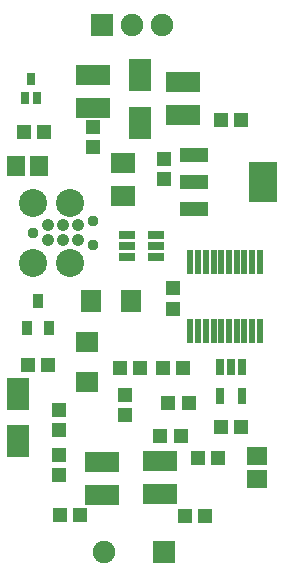
<source format=gts>
G04 DipTrace 3.3.1.3*
G04 REV0_DieselTach_Filter_MSP.gts*
%MOIN*%
G04 #@! TF.FileFunction,Soldermask,Top*
G04 #@! TF.Part,Single*
%AMOUTLINE1*
4,1,36,
0.01916,0.003378,
0.018282,0.006654,
0.016849,0.009728,
0.014904,0.012506,
0.012506,0.014904,
0.009728,0.016849,
0.006654,0.018282,
0.003378,0.01916,
0.0,0.019455,
-0.003378,0.01916,
-0.006654,0.018282,
-0.009728,0.016849,
-0.012506,0.014904,
-0.014904,0.012506,
-0.016849,0.009728,
-0.018282,0.006654,
-0.01916,0.003378,
-0.019455,0.0,
-0.01916,-0.003378,
-0.018282,-0.006654,
-0.016849,-0.009728,
-0.014904,-0.012506,
-0.012506,-0.014904,
-0.009728,-0.016849,
-0.006654,-0.018282,
-0.003378,-0.01916,
0.0,-0.019455,
0.003378,-0.01916,
0.006654,-0.018282,
0.009728,-0.016849,
0.012506,-0.014904,
0.014904,-0.012506,
0.016849,-0.009728,
0.018282,-0.006654,
0.01916,-0.003378,
0.019455,0.0,
0.01916,0.003378,
0*%
%ADD41C,0.0374*%
%ADD42C,0.0935*%
%ADD47R,0.023628X0.078746*%
%ADD49R,0.092526X0.135833*%
%ADD51R,0.092526X0.045282*%
%ADD53R,0.031502X0.055124*%
%ADD55R,0.055124X0.031502*%
%ADD57R,0.066935X0.059061*%
%ADD59R,0.059061X0.066935*%
%ADD61R,0.114179X0.070872*%
%ADD63R,0.027565X0.039376*%
%ADD65C,0.074809*%
%ADD67R,0.074809X0.074809*%
%ADD69R,0.074809X0.106305*%
%ADD71R,0.033471X0.049219*%
%ADD73R,0.067723X0.074022*%
%ADD75R,0.074022X0.067723*%
%ADD77R,0.078746X0.070872*%
%ADD79R,0.04725X0.051187*%
%ADD81R,0.051187X0.04725*%
%ADD86OUTLINE1*%
%FSLAX26Y26*%
G04*
G70*
G90*
G75*
G01*
G04 TopMask*
%LPD*%
D81*
X1068415Y1308700D3*
X1001485D3*
X1049949Y1424951D3*
X983020D3*
D79*
X637449Y1218701D3*
Y1285630D3*
X1017606Y1624125D3*
Y1691054D3*
X987449Y2056201D3*
Y2123130D3*
D77*
X849949Y1999951D3*
Y2110187D3*
D75*
X731199Y1512451D3*
Y1378591D3*
D73*
X743699Y1649951D3*
X877559D3*
D71*
X528497Y1559300D3*
X603300D3*
X565899Y1649851D3*
D69*
X499949Y1181201D3*
Y1338681D3*
X906199Y2243701D3*
Y2401181D3*
D67*
X987449Y812451D3*
D65*
X787449D3*
D67*
X781199Y2568701D3*
D65*
X881199D3*
X981199D3*
D63*
X524949Y2324951D3*
X564319D3*
X544634Y2387943D3*
D81*
X1056199Y931201D3*
X1123128D3*
X706199Y937451D3*
X639270D3*
D61*
X974949Y1006201D3*
Y1116437D3*
X781199Y1112451D3*
Y1002214D3*
D79*
X856200Y1267735D3*
Y1334665D3*
D81*
X974949Y1199951D3*
X1041878D3*
X907165Y1426200D3*
X840235D3*
D79*
X637449Y1137451D3*
Y1070522D3*
D81*
X599949Y1437451D3*
X533020D3*
X1176485Y1228700D3*
X1243415D3*
X1099949Y1124951D3*
X1166878D3*
D59*
X493699Y2099951D3*
X568502D3*
D81*
X1242165Y2253700D3*
X1175235D3*
D57*
X1296200Y1132352D3*
Y1057548D3*
D81*
X518699Y2212451D3*
X585628D3*
D79*
X749950Y2161485D3*
Y2228415D3*
D61*
X749949Y2293701D3*
Y2403937D3*
X1049949Y2268701D3*
Y2378937D3*
D55*
X960413Y1795048D3*
Y1832450D3*
Y1869852D3*
X861987D3*
Y1832450D3*
Y1795048D3*
D53*
X1247352Y1430413D3*
X1209950D3*
X1172548D3*
Y1331987D3*
X1247352D3*
D86*
X598975Y1901200D3*
X648975D3*
X698975D3*
Y1851200D3*
X648975D3*
X598975D3*
D41*
X548975Y1876200D3*
X748975Y1916200D3*
Y1836200D3*
D42*
X548975Y1976200D3*
Y1776200D3*
X673975D3*
Y1976200D3*
D51*
X1087449Y2137451D3*
Y2046899D3*
Y1956348D3*
D49*
X1315796Y2046899D3*
D47*
X1074949Y1549951D3*
X1100540D3*
X1126130D3*
X1151721D3*
X1177312D3*
X1202902D3*
X1228493D3*
X1254083D3*
X1279674D3*
X1305264D3*
Y1778297D3*
X1279674D3*
X1254083D3*
X1228493D3*
X1202902D3*
X1177312D3*
X1151721D3*
X1126130D3*
X1100540D3*
X1074949D3*
M02*

</source>
